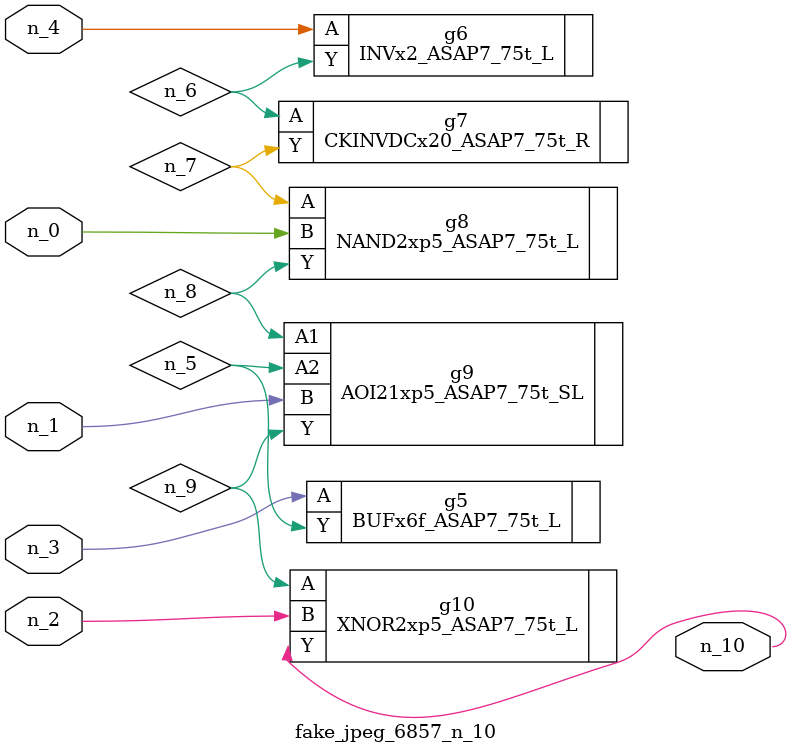
<source format=v>
module fake_jpeg_6857_n_10 (n_3, n_2, n_1, n_0, n_4, n_10);

input n_3;
input n_2;
input n_1;
input n_0;
input n_4;

output n_10;

wire n_8;
wire n_9;
wire n_6;
wire n_5;
wire n_7;

BUFx6f_ASAP7_75t_L g5 ( 
.A(n_3),
.Y(n_5)
);

INVx2_ASAP7_75t_L g6 ( 
.A(n_4),
.Y(n_6)
);

CKINVDCx20_ASAP7_75t_R g7 ( 
.A(n_6),
.Y(n_7)
);

NAND2xp5_ASAP7_75t_L g8 ( 
.A(n_7),
.B(n_0),
.Y(n_8)
);

AOI21xp5_ASAP7_75t_SL g9 ( 
.A1(n_8),
.A2(n_5),
.B(n_1),
.Y(n_9)
);

XNOR2xp5_ASAP7_75t_L g10 ( 
.A(n_9),
.B(n_2),
.Y(n_10)
);


endmodule
</source>
